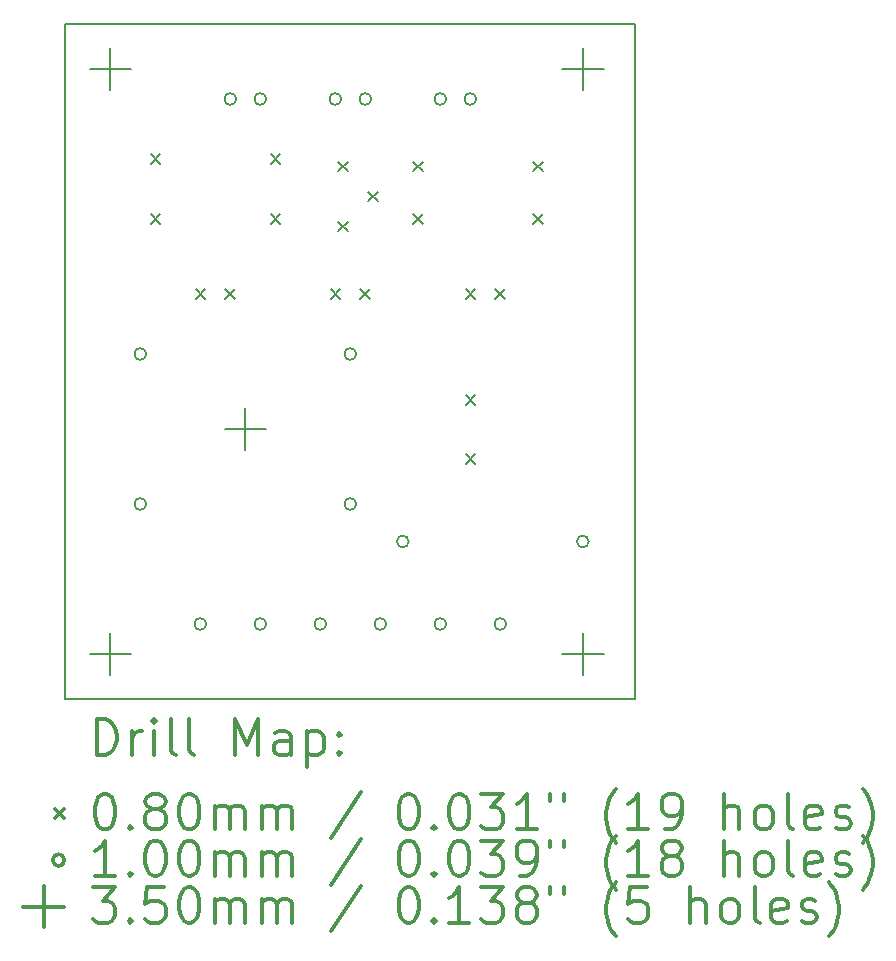
<source format=gbr>
%FSLAX45Y45*%
G04 Gerber Fmt 4.5, Leading zero omitted, Abs format (unit mm)*
G04 Created by KiCad (PCBNEW 4.0.7) date 02/20/20 23:32:12*
%MOMM*%
%LPD*%
G01*
G04 APERTURE LIST*
%ADD10C,0.127000*%
%ADD11C,0.150000*%
%ADD12C,0.200000*%
%ADD13C,0.300000*%
G04 APERTURE END LIST*
D10*
D11*
X11811000Y-6858000D02*
X16002000Y-6858000D01*
X11811000Y-12573000D02*
X11811000Y-6858000D01*
X15811500Y-12573000D02*
X11811000Y-12573000D01*
X16637000Y-12573000D02*
X15811500Y-12573000D01*
X16637000Y-6858000D02*
X16637000Y-12573000D01*
X16002000Y-6858000D02*
X16637000Y-6858000D01*
X16510000Y-12573000D02*
X16637000Y-12573000D01*
X15811500Y-12573000D02*
X16510000Y-12573000D01*
D12*
X12533000Y-7961000D02*
X12613000Y-8041000D01*
X12613000Y-7961000D02*
X12533000Y-8041000D01*
X12533000Y-8469000D02*
X12613000Y-8549000D01*
X12613000Y-8469000D02*
X12533000Y-8549000D01*
X12914000Y-9104000D02*
X12994000Y-9184000D01*
X12994000Y-9104000D02*
X12914000Y-9184000D01*
X13164000Y-9104000D02*
X13244000Y-9184000D01*
X13244000Y-9104000D02*
X13164000Y-9184000D01*
X13549000Y-7961000D02*
X13629000Y-8041000D01*
X13629000Y-7961000D02*
X13549000Y-8041000D01*
X13549000Y-8469000D02*
X13629000Y-8549000D01*
X13629000Y-8469000D02*
X13549000Y-8549000D01*
X14057000Y-9104000D02*
X14137000Y-9184000D01*
X14137000Y-9104000D02*
X14057000Y-9184000D01*
X14120500Y-8024500D02*
X14200500Y-8104500D01*
X14200500Y-8024500D02*
X14120500Y-8104500D01*
X14120500Y-8532500D02*
X14200500Y-8612500D01*
X14200500Y-8532500D02*
X14120500Y-8612500D01*
X14307000Y-9104000D02*
X14387000Y-9184000D01*
X14387000Y-9104000D02*
X14307000Y-9184000D01*
X14374500Y-8278500D02*
X14454500Y-8358500D01*
X14454500Y-8278500D02*
X14374500Y-8358500D01*
X14755500Y-8024500D02*
X14835500Y-8104500D01*
X14835500Y-8024500D02*
X14755500Y-8104500D01*
X14755500Y-8469000D02*
X14835500Y-8549000D01*
X14835500Y-8469000D02*
X14755500Y-8549000D01*
X15200000Y-9104000D02*
X15280000Y-9184000D01*
X15280000Y-9104000D02*
X15200000Y-9184000D01*
X15200000Y-10001000D02*
X15280000Y-10081000D01*
X15280000Y-10001000D02*
X15200000Y-10081000D01*
X15200000Y-10501000D02*
X15280000Y-10581000D01*
X15280000Y-10501000D02*
X15200000Y-10581000D01*
X15450000Y-9104000D02*
X15530000Y-9184000D01*
X15530000Y-9104000D02*
X15450000Y-9184000D01*
X15771500Y-8024500D02*
X15851500Y-8104500D01*
X15851500Y-8024500D02*
X15771500Y-8104500D01*
X15771500Y-8469000D02*
X15851500Y-8549000D01*
X15851500Y-8469000D02*
X15771500Y-8549000D01*
X12496000Y-9652000D02*
G75*
G03X12496000Y-9652000I-50000J0D01*
G01*
X12496000Y-10922000D02*
G75*
G03X12496000Y-10922000I-50000J0D01*
G01*
X13004000Y-11938000D02*
G75*
G03X13004000Y-11938000I-50000J0D01*
G01*
X13258000Y-7493000D02*
G75*
G03X13258000Y-7493000I-50000J0D01*
G01*
X13512000Y-7493000D02*
G75*
G03X13512000Y-7493000I-50000J0D01*
G01*
X13512000Y-11938000D02*
G75*
G03X13512000Y-11938000I-50000J0D01*
G01*
X14020000Y-11938000D02*
G75*
G03X14020000Y-11938000I-50000J0D01*
G01*
X14147000Y-7493000D02*
G75*
G03X14147000Y-7493000I-50000J0D01*
G01*
X14274000Y-9652000D02*
G75*
G03X14274000Y-9652000I-50000J0D01*
G01*
X14274000Y-10922000D02*
G75*
G03X14274000Y-10922000I-50000J0D01*
G01*
X14401000Y-7493000D02*
G75*
G03X14401000Y-7493000I-50000J0D01*
G01*
X14528000Y-11938000D02*
G75*
G03X14528000Y-11938000I-50000J0D01*
G01*
X14718500Y-11239500D02*
G75*
G03X14718500Y-11239500I-50000J0D01*
G01*
X15036000Y-7493000D02*
G75*
G03X15036000Y-7493000I-50000J0D01*
G01*
X15036000Y-11938000D02*
G75*
G03X15036000Y-11938000I-50000J0D01*
G01*
X15290000Y-7493000D02*
G75*
G03X15290000Y-7493000I-50000J0D01*
G01*
X15544000Y-11938000D02*
G75*
G03X15544000Y-11938000I-50000J0D01*
G01*
X16242500Y-11239500D02*
G75*
G03X16242500Y-11239500I-50000J0D01*
G01*
X12192000Y-7064000D02*
X12192000Y-7414000D01*
X12017000Y-7239000D02*
X12367000Y-7239000D01*
X12192000Y-12017000D02*
X12192000Y-12367000D01*
X12017000Y-12192000D02*
X12367000Y-12192000D01*
X13335000Y-10112000D02*
X13335000Y-10462000D01*
X13160000Y-10287000D02*
X13510000Y-10287000D01*
X16192500Y-7064000D02*
X16192500Y-7414000D01*
X16017500Y-7239000D02*
X16367500Y-7239000D01*
X16192500Y-12017000D02*
X16192500Y-12367000D01*
X16017500Y-12192000D02*
X16367500Y-12192000D01*
D13*
X12074928Y-13046214D02*
X12074928Y-12746214D01*
X12146357Y-12746214D01*
X12189214Y-12760500D01*
X12217786Y-12789071D01*
X12232071Y-12817643D01*
X12246357Y-12874786D01*
X12246357Y-12917643D01*
X12232071Y-12974786D01*
X12217786Y-13003357D01*
X12189214Y-13031929D01*
X12146357Y-13046214D01*
X12074928Y-13046214D01*
X12374928Y-13046214D02*
X12374928Y-12846214D01*
X12374928Y-12903357D02*
X12389214Y-12874786D01*
X12403500Y-12860500D01*
X12432071Y-12846214D01*
X12460643Y-12846214D01*
X12560643Y-13046214D02*
X12560643Y-12846214D01*
X12560643Y-12746214D02*
X12546357Y-12760500D01*
X12560643Y-12774786D01*
X12574928Y-12760500D01*
X12560643Y-12746214D01*
X12560643Y-12774786D01*
X12746357Y-13046214D02*
X12717786Y-13031929D01*
X12703500Y-13003357D01*
X12703500Y-12746214D01*
X12903500Y-13046214D02*
X12874928Y-13031929D01*
X12860643Y-13003357D01*
X12860643Y-12746214D01*
X13246357Y-13046214D02*
X13246357Y-12746214D01*
X13346357Y-12960500D01*
X13446357Y-12746214D01*
X13446357Y-13046214D01*
X13717786Y-13046214D02*
X13717786Y-12889071D01*
X13703500Y-12860500D01*
X13674928Y-12846214D01*
X13617786Y-12846214D01*
X13589214Y-12860500D01*
X13717786Y-13031929D02*
X13689214Y-13046214D01*
X13617786Y-13046214D01*
X13589214Y-13031929D01*
X13574928Y-13003357D01*
X13574928Y-12974786D01*
X13589214Y-12946214D01*
X13617786Y-12931929D01*
X13689214Y-12931929D01*
X13717786Y-12917643D01*
X13860643Y-12846214D02*
X13860643Y-13146214D01*
X13860643Y-12860500D02*
X13889214Y-12846214D01*
X13946357Y-12846214D01*
X13974928Y-12860500D01*
X13989214Y-12874786D01*
X14003500Y-12903357D01*
X14003500Y-12989071D01*
X13989214Y-13017643D01*
X13974928Y-13031929D01*
X13946357Y-13046214D01*
X13889214Y-13046214D01*
X13860643Y-13031929D01*
X14132071Y-13017643D02*
X14146357Y-13031929D01*
X14132071Y-13046214D01*
X14117786Y-13031929D01*
X14132071Y-13017643D01*
X14132071Y-13046214D01*
X14132071Y-12860500D02*
X14146357Y-12874786D01*
X14132071Y-12889071D01*
X14117786Y-12874786D01*
X14132071Y-12860500D01*
X14132071Y-12889071D01*
X11723500Y-13500500D02*
X11803500Y-13580500D01*
X11803500Y-13500500D02*
X11723500Y-13580500D01*
X12132071Y-13376214D02*
X12160643Y-13376214D01*
X12189214Y-13390500D01*
X12203500Y-13404786D01*
X12217786Y-13433357D01*
X12232071Y-13490500D01*
X12232071Y-13561929D01*
X12217786Y-13619071D01*
X12203500Y-13647643D01*
X12189214Y-13661929D01*
X12160643Y-13676214D01*
X12132071Y-13676214D01*
X12103500Y-13661929D01*
X12089214Y-13647643D01*
X12074928Y-13619071D01*
X12060643Y-13561929D01*
X12060643Y-13490500D01*
X12074928Y-13433357D01*
X12089214Y-13404786D01*
X12103500Y-13390500D01*
X12132071Y-13376214D01*
X12360643Y-13647643D02*
X12374928Y-13661929D01*
X12360643Y-13676214D01*
X12346357Y-13661929D01*
X12360643Y-13647643D01*
X12360643Y-13676214D01*
X12546357Y-13504786D02*
X12517786Y-13490500D01*
X12503500Y-13476214D01*
X12489214Y-13447643D01*
X12489214Y-13433357D01*
X12503500Y-13404786D01*
X12517786Y-13390500D01*
X12546357Y-13376214D01*
X12603500Y-13376214D01*
X12632071Y-13390500D01*
X12646357Y-13404786D01*
X12660643Y-13433357D01*
X12660643Y-13447643D01*
X12646357Y-13476214D01*
X12632071Y-13490500D01*
X12603500Y-13504786D01*
X12546357Y-13504786D01*
X12517786Y-13519071D01*
X12503500Y-13533357D01*
X12489214Y-13561929D01*
X12489214Y-13619071D01*
X12503500Y-13647643D01*
X12517786Y-13661929D01*
X12546357Y-13676214D01*
X12603500Y-13676214D01*
X12632071Y-13661929D01*
X12646357Y-13647643D01*
X12660643Y-13619071D01*
X12660643Y-13561929D01*
X12646357Y-13533357D01*
X12632071Y-13519071D01*
X12603500Y-13504786D01*
X12846357Y-13376214D02*
X12874928Y-13376214D01*
X12903500Y-13390500D01*
X12917786Y-13404786D01*
X12932071Y-13433357D01*
X12946357Y-13490500D01*
X12946357Y-13561929D01*
X12932071Y-13619071D01*
X12917786Y-13647643D01*
X12903500Y-13661929D01*
X12874928Y-13676214D01*
X12846357Y-13676214D01*
X12817786Y-13661929D01*
X12803500Y-13647643D01*
X12789214Y-13619071D01*
X12774928Y-13561929D01*
X12774928Y-13490500D01*
X12789214Y-13433357D01*
X12803500Y-13404786D01*
X12817786Y-13390500D01*
X12846357Y-13376214D01*
X13074928Y-13676214D02*
X13074928Y-13476214D01*
X13074928Y-13504786D02*
X13089214Y-13490500D01*
X13117786Y-13476214D01*
X13160643Y-13476214D01*
X13189214Y-13490500D01*
X13203500Y-13519071D01*
X13203500Y-13676214D01*
X13203500Y-13519071D02*
X13217786Y-13490500D01*
X13246357Y-13476214D01*
X13289214Y-13476214D01*
X13317786Y-13490500D01*
X13332071Y-13519071D01*
X13332071Y-13676214D01*
X13474928Y-13676214D02*
X13474928Y-13476214D01*
X13474928Y-13504786D02*
X13489214Y-13490500D01*
X13517786Y-13476214D01*
X13560643Y-13476214D01*
X13589214Y-13490500D01*
X13603500Y-13519071D01*
X13603500Y-13676214D01*
X13603500Y-13519071D02*
X13617786Y-13490500D01*
X13646357Y-13476214D01*
X13689214Y-13476214D01*
X13717786Y-13490500D01*
X13732071Y-13519071D01*
X13732071Y-13676214D01*
X14317786Y-13361929D02*
X14060643Y-13747643D01*
X14703500Y-13376214D02*
X14732071Y-13376214D01*
X14760643Y-13390500D01*
X14774928Y-13404786D01*
X14789214Y-13433357D01*
X14803500Y-13490500D01*
X14803500Y-13561929D01*
X14789214Y-13619071D01*
X14774928Y-13647643D01*
X14760643Y-13661929D01*
X14732071Y-13676214D01*
X14703500Y-13676214D01*
X14674928Y-13661929D01*
X14660643Y-13647643D01*
X14646357Y-13619071D01*
X14632071Y-13561929D01*
X14632071Y-13490500D01*
X14646357Y-13433357D01*
X14660643Y-13404786D01*
X14674928Y-13390500D01*
X14703500Y-13376214D01*
X14932071Y-13647643D02*
X14946357Y-13661929D01*
X14932071Y-13676214D01*
X14917786Y-13661929D01*
X14932071Y-13647643D01*
X14932071Y-13676214D01*
X15132071Y-13376214D02*
X15160643Y-13376214D01*
X15189214Y-13390500D01*
X15203500Y-13404786D01*
X15217785Y-13433357D01*
X15232071Y-13490500D01*
X15232071Y-13561929D01*
X15217785Y-13619071D01*
X15203500Y-13647643D01*
X15189214Y-13661929D01*
X15160643Y-13676214D01*
X15132071Y-13676214D01*
X15103500Y-13661929D01*
X15089214Y-13647643D01*
X15074928Y-13619071D01*
X15060643Y-13561929D01*
X15060643Y-13490500D01*
X15074928Y-13433357D01*
X15089214Y-13404786D01*
X15103500Y-13390500D01*
X15132071Y-13376214D01*
X15332071Y-13376214D02*
X15517785Y-13376214D01*
X15417785Y-13490500D01*
X15460643Y-13490500D01*
X15489214Y-13504786D01*
X15503500Y-13519071D01*
X15517785Y-13547643D01*
X15517785Y-13619071D01*
X15503500Y-13647643D01*
X15489214Y-13661929D01*
X15460643Y-13676214D01*
X15374928Y-13676214D01*
X15346357Y-13661929D01*
X15332071Y-13647643D01*
X15803500Y-13676214D02*
X15632071Y-13676214D01*
X15717785Y-13676214D02*
X15717785Y-13376214D01*
X15689214Y-13419071D01*
X15660643Y-13447643D01*
X15632071Y-13461929D01*
X15917786Y-13376214D02*
X15917786Y-13433357D01*
X16032071Y-13376214D02*
X16032071Y-13433357D01*
X16474928Y-13790500D02*
X16460643Y-13776214D01*
X16432071Y-13733357D01*
X16417785Y-13704786D01*
X16403500Y-13661929D01*
X16389214Y-13590500D01*
X16389214Y-13533357D01*
X16403500Y-13461929D01*
X16417785Y-13419071D01*
X16432071Y-13390500D01*
X16460643Y-13347643D01*
X16474928Y-13333357D01*
X16746357Y-13676214D02*
X16574928Y-13676214D01*
X16660643Y-13676214D02*
X16660643Y-13376214D01*
X16632071Y-13419071D01*
X16603500Y-13447643D01*
X16574928Y-13461929D01*
X16889214Y-13676214D02*
X16946357Y-13676214D01*
X16974928Y-13661929D01*
X16989214Y-13647643D01*
X17017786Y-13604786D01*
X17032071Y-13547643D01*
X17032071Y-13433357D01*
X17017786Y-13404786D01*
X17003500Y-13390500D01*
X16974928Y-13376214D01*
X16917786Y-13376214D01*
X16889214Y-13390500D01*
X16874928Y-13404786D01*
X16860643Y-13433357D01*
X16860643Y-13504786D01*
X16874928Y-13533357D01*
X16889214Y-13547643D01*
X16917786Y-13561929D01*
X16974928Y-13561929D01*
X17003500Y-13547643D01*
X17017786Y-13533357D01*
X17032071Y-13504786D01*
X17389214Y-13676214D02*
X17389214Y-13376214D01*
X17517786Y-13676214D02*
X17517786Y-13519071D01*
X17503500Y-13490500D01*
X17474928Y-13476214D01*
X17432071Y-13476214D01*
X17403500Y-13490500D01*
X17389214Y-13504786D01*
X17703500Y-13676214D02*
X17674928Y-13661929D01*
X17660643Y-13647643D01*
X17646357Y-13619071D01*
X17646357Y-13533357D01*
X17660643Y-13504786D01*
X17674928Y-13490500D01*
X17703500Y-13476214D01*
X17746357Y-13476214D01*
X17774928Y-13490500D01*
X17789214Y-13504786D01*
X17803500Y-13533357D01*
X17803500Y-13619071D01*
X17789214Y-13647643D01*
X17774928Y-13661929D01*
X17746357Y-13676214D01*
X17703500Y-13676214D01*
X17974928Y-13676214D02*
X17946357Y-13661929D01*
X17932071Y-13633357D01*
X17932071Y-13376214D01*
X18203500Y-13661929D02*
X18174929Y-13676214D01*
X18117786Y-13676214D01*
X18089214Y-13661929D01*
X18074929Y-13633357D01*
X18074929Y-13519071D01*
X18089214Y-13490500D01*
X18117786Y-13476214D01*
X18174929Y-13476214D01*
X18203500Y-13490500D01*
X18217786Y-13519071D01*
X18217786Y-13547643D01*
X18074929Y-13576214D01*
X18332071Y-13661929D02*
X18360643Y-13676214D01*
X18417786Y-13676214D01*
X18446357Y-13661929D01*
X18460643Y-13633357D01*
X18460643Y-13619071D01*
X18446357Y-13590500D01*
X18417786Y-13576214D01*
X18374929Y-13576214D01*
X18346357Y-13561929D01*
X18332071Y-13533357D01*
X18332071Y-13519071D01*
X18346357Y-13490500D01*
X18374929Y-13476214D01*
X18417786Y-13476214D01*
X18446357Y-13490500D01*
X18560643Y-13790500D02*
X18574929Y-13776214D01*
X18603500Y-13733357D01*
X18617786Y-13704786D01*
X18632071Y-13661929D01*
X18646357Y-13590500D01*
X18646357Y-13533357D01*
X18632071Y-13461929D01*
X18617786Y-13419071D01*
X18603500Y-13390500D01*
X18574929Y-13347643D01*
X18560643Y-13333357D01*
X11803500Y-13936500D02*
G75*
G03X11803500Y-13936500I-50000J0D01*
G01*
X12232071Y-14072214D02*
X12060643Y-14072214D01*
X12146357Y-14072214D02*
X12146357Y-13772214D01*
X12117786Y-13815071D01*
X12089214Y-13843643D01*
X12060643Y-13857929D01*
X12360643Y-14043643D02*
X12374928Y-14057929D01*
X12360643Y-14072214D01*
X12346357Y-14057929D01*
X12360643Y-14043643D01*
X12360643Y-14072214D01*
X12560643Y-13772214D02*
X12589214Y-13772214D01*
X12617786Y-13786500D01*
X12632071Y-13800786D01*
X12646357Y-13829357D01*
X12660643Y-13886500D01*
X12660643Y-13957929D01*
X12646357Y-14015071D01*
X12632071Y-14043643D01*
X12617786Y-14057929D01*
X12589214Y-14072214D01*
X12560643Y-14072214D01*
X12532071Y-14057929D01*
X12517786Y-14043643D01*
X12503500Y-14015071D01*
X12489214Y-13957929D01*
X12489214Y-13886500D01*
X12503500Y-13829357D01*
X12517786Y-13800786D01*
X12532071Y-13786500D01*
X12560643Y-13772214D01*
X12846357Y-13772214D02*
X12874928Y-13772214D01*
X12903500Y-13786500D01*
X12917786Y-13800786D01*
X12932071Y-13829357D01*
X12946357Y-13886500D01*
X12946357Y-13957929D01*
X12932071Y-14015071D01*
X12917786Y-14043643D01*
X12903500Y-14057929D01*
X12874928Y-14072214D01*
X12846357Y-14072214D01*
X12817786Y-14057929D01*
X12803500Y-14043643D01*
X12789214Y-14015071D01*
X12774928Y-13957929D01*
X12774928Y-13886500D01*
X12789214Y-13829357D01*
X12803500Y-13800786D01*
X12817786Y-13786500D01*
X12846357Y-13772214D01*
X13074928Y-14072214D02*
X13074928Y-13872214D01*
X13074928Y-13900786D02*
X13089214Y-13886500D01*
X13117786Y-13872214D01*
X13160643Y-13872214D01*
X13189214Y-13886500D01*
X13203500Y-13915071D01*
X13203500Y-14072214D01*
X13203500Y-13915071D02*
X13217786Y-13886500D01*
X13246357Y-13872214D01*
X13289214Y-13872214D01*
X13317786Y-13886500D01*
X13332071Y-13915071D01*
X13332071Y-14072214D01*
X13474928Y-14072214D02*
X13474928Y-13872214D01*
X13474928Y-13900786D02*
X13489214Y-13886500D01*
X13517786Y-13872214D01*
X13560643Y-13872214D01*
X13589214Y-13886500D01*
X13603500Y-13915071D01*
X13603500Y-14072214D01*
X13603500Y-13915071D02*
X13617786Y-13886500D01*
X13646357Y-13872214D01*
X13689214Y-13872214D01*
X13717786Y-13886500D01*
X13732071Y-13915071D01*
X13732071Y-14072214D01*
X14317786Y-13757929D02*
X14060643Y-14143643D01*
X14703500Y-13772214D02*
X14732071Y-13772214D01*
X14760643Y-13786500D01*
X14774928Y-13800786D01*
X14789214Y-13829357D01*
X14803500Y-13886500D01*
X14803500Y-13957929D01*
X14789214Y-14015071D01*
X14774928Y-14043643D01*
X14760643Y-14057929D01*
X14732071Y-14072214D01*
X14703500Y-14072214D01*
X14674928Y-14057929D01*
X14660643Y-14043643D01*
X14646357Y-14015071D01*
X14632071Y-13957929D01*
X14632071Y-13886500D01*
X14646357Y-13829357D01*
X14660643Y-13800786D01*
X14674928Y-13786500D01*
X14703500Y-13772214D01*
X14932071Y-14043643D02*
X14946357Y-14057929D01*
X14932071Y-14072214D01*
X14917786Y-14057929D01*
X14932071Y-14043643D01*
X14932071Y-14072214D01*
X15132071Y-13772214D02*
X15160643Y-13772214D01*
X15189214Y-13786500D01*
X15203500Y-13800786D01*
X15217785Y-13829357D01*
X15232071Y-13886500D01*
X15232071Y-13957929D01*
X15217785Y-14015071D01*
X15203500Y-14043643D01*
X15189214Y-14057929D01*
X15160643Y-14072214D01*
X15132071Y-14072214D01*
X15103500Y-14057929D01*
X15089214Y-14043643D01*
X15074928Y-14015071D01*
X15060643Y-13957929D01*
X15060643Y-13886500D01*
X15074928Y-13829357D01*
X15089214Y-13800786D01*
X15103500Y-13786500D01*
X15132071Y-13772214D01*
X15332071Y-13772214D02*
X15517785Y-13772214D01*
X15417785Y-13886500D01*
X15460643Y-13886500D01*
X15489214Y-13900786D01*
X15503500Y-13915071D01*
X15517785Y-13943643D01*
X15517785Y-14015071D01*
X15503500Y-14043643D01*
X15489214Y-14057929D01*
X15460643Y-14072214D01*
X15374928Y-14072214D01*
X15346357Y-14057929D01*
X15332071Y-14043643D01*
X15660643Y-14072214D02*
X15717785Y-14072214D01*
X15746357Y-14057929D01*
X15760643Y-14043643D01*
X15789214Y-14000786D01*
X15803500Y-13943643D01*
X15803500Y-13829357D01*
X15789214Y-13800786D01*
X15774928Y-13786500D01*
X15746357Y-13772214D01*
X15689214Y-13772214D01*
X15660643Y-13786500D01*
X15646357Y-13800786D01*
X15632071Y-13829357D01*
X15632071Y-13900786D01*
X15646357Y-13929357D01*
X15660643Y-13943643D01*
X15689214Y-13957929D01*
X15746357Y-13957929D01*
X15774928Y-13943643D01*
X15789214Y-13929357D01*
X15803500Y-13900786D01*
X15917786Y-13772214D02*
X15917786Y-13829357D01*
X16032071Y-13772214D02*
X16032071Y-13829357D01*
X16474928Y-14186500D02*
X16460643Y-14172214D01*
X16432071Y-14129357D01*
X16417785Y-14100786D01*
X16403500Y-14057929D01*
X16389214Y-13986500D01*
X16389214Y-13929357D01*
X16403500Y-13857929D01*
X16417785Y-13815071D01*
X16432071Y-13786500D01*
X16460643Y-13743643D01*
X16474928Y-13729357D01*
X16746357Y-14072214D02*
X16574928Y-14072214D01*
X16660643Y-14072214D02*
X16660643Y-13772214D01*
X16632071Y-13815071D01*
X16603500Y-13843643D01*
X16574928Y-13857929D01*
X16917786Y-13900786D02*
X16889214Y-13886500D01*
X16874928Y-13872214D01*
X16860643Y-13843643D01*
X16860643Y-13829357D01*
X16874928Y-13800786D01*
X16889214Y-13786500D01*
X16917786Y-13772214D01*
X16974928Y-13772214D01*
X17003500Y-13786500D01*
X17017786Y-13800786D01*
X17032071Y-13829357D01*
X17032071Y-13843643D01*
X17017786Y-13872214D01*
X17003500Y-13886500D01*
X16974928Y-13900786D01*
X16917786Y-13900786D01*
X16889214Y-13915071D01*
X16874928Y-13929357D01*
X16860643Y-13957929D01*
X16860643Y-14015071D01*
X16874928Y-14043643D01*
X16889214Y-14057929D01*
X16917786Y-14072214D01*
X16974928Y-14072214D01*
X17003500Y-14057929D01*
X17017786Y-14043643D01*
X17032071Y-14015071D01*
X17032071Y-13957929D01*
X17017786Y-13929357D01*
X17003500Y-13915071D01*
X16974928Y-13900786D01*
X17389214Y-14072214D02*
X17389214Y-13772214D01*
X17517786Y-14072214D02*
X17517786Y-13915071D01*
X17503500Y-13886500D01*
X17474928Y-13872214D01*
X17432071Y-13872214D01*
X17403500Y-13886500D01*
X17389214Y-13900786D01*
X17703500Y-14072214D02*
X17674928Y-14057929D01*
X17660643Y-14043643D01*
X17646357Y-14015071D01*
X17646357Y-13929357D01*
X17660643Y-13900786D01*
X17674928Y-13886500D01*
X17703500Y-13872214D01*
X17746357Y-13872214D01*
X17774928Y-13886500D01*
X17789214Y-13900786D01*
X17803500Y-13929357D01*
X17803500Y-14015071D01*
X17789214Y-14043643D01*
X17774928Y-14057929D01*
X17746357Y-14072214D01*
X17703500Y-14072214D01*
X17974928Y-14072214D02*
X17946357Y-14057929D01*
X17932071Y-14029357D01*
X17932071Y-13772214D01*
X18203500Y-14057929D02*
X18174929Y-14072214D01*
X18117786Y-14072214D01*
X18089214Y-14057929D01*
X18074929Y-14029357D01*
X18074929Y-13915071D01*
X18089214Y-13886500D01*
X18117786Y-13872214D01*
X18174929Y-13872214D01*
X18203500Y-13886500D01*
X18217786Y-13915071D01*
X18217786Y-13943643D01*
X18074929Y-13972214D01*
X18332071Y-14057929D02*
X18360643Y-14072214D01*
X18417786Y-14072214D01*
X18446357Y-14057929D01*
X18460643Y-14029357D01*
X18460643Y-14015071D01*
X18446357Y-13986500D01*
X18417786Y-13972214D01*
X18374929Y-13972214D01*
X18346357Y-13957929D01*
X18332071Y-13929357D01*
X18332071Y-13915071D01*
X18346357Y-13886500D01*
X18374929Y-13872214D01*
X18417786Y-13872214D01*
X18446357Y-13886500D01*
X18560643Y-14186500D02*
X18574929Y-14172214D01*
X18603500Y-14129357D01*
X18617786Y-14100786D01*
X18632071Y-14057929D01*
X18646357Y-13986500D01*
X18646357Y-13929357D01*
X18632071Y-13857929D01*
X18617786Y-13815071D01*
X18603500Y-13786500D01*
X18574929Y-13743643D01*
X18560643Y-13729357D01*
X11628500Y-14157500D02*
X11628500Y-14507500D01*
X11453500Y-14332500D02*
X11803500Y-14332500D01*
X12046357Y-14168214D02*
X12232071Y-14168214D01*
X12132071Y-14282500D01*
X12174928Y-14282500D01*
X12203500Y-14296786D01*
X12217786Y-14311071D01*
X12232071Y-14339643D01*
X12232071Y-14411071D01*
X12217786Y-14439643D01*
X12203500Y-14453929D01*
X12174928Y-14468214D01*
X12089214Y-14468214D01*
X12060643Y-14453929D01*
X12046357Y-14439643D01*
X12360643Y-14439643D02*
X12374928Y-14453929D01*
X12360643Y-14468214D01*
X12346357Y-14453929D01*
X12360643Y-14439643D01*
X12360643Y-14468214D01*
X12646357Y-14168214D02*
X12503500Y-14168214D01*
X12489214Y-14311071D01*
X12503500Y-14296786D01*
X12532071Y-14282500D01*
X12603500Y-14282500D01*
X12632071Y-14296786D01*
X12646357Y-14311071D01*
X12660643Y-14339643D01*
X12660643Y-14411071D01*
X12646357Y-14439643D01*
X12632071Y-14453929D01*
X12603500Y-14468214D01*
X12532071Y-14468214D01*
X12503500Y-14453929D01*
X12489214Y-14439643D01*
X12846357Y-14168214D02*
X12874928Y-14168214D01*
X12903500Y-14182500D01*
X12917786Y-14196786D01*
X12932071Y-14225357D01*
X12946357Y-14282500D01*
X12946357Y-14353929D01*
X12932071Y-14411071D01*
X12917786Y-14439643D01*
X12903500Y-14453929D01*
X12874928Y-14468214D01*
X12846357Y-14468214D01*
X12817786Y-14453929D01*
X12803500Y-14439643D01*
X12789214Y-14411071D01*
X12774928Y-14353929D01*
X12774928Y-14282500D01*
X12789214Y-14225357D01*
X12803500Y-14196786D01*
X12817786Y-14182500D01*
X12846357Y-14168214D01*
X13074928Y-14468214D02*
X13074928Y-14268214D01*
X13074928Y-14296786D02*
X13089214Y-14282500D01*
X13117786Y-14268214D01*
X13160643Y-14268214D01*
X13189214Y-14282500D01*
X13203500Y-14311071D01*
X13203500Y-14468214D01*
X13203500Y-14311071D02*
X13217786Y-14282500D01*
X13246357Y-14268214D01*
X13289214Y-14268214D01*
X13317786Y-14282500D01*
X13332071Y-14311071D01*
X13332071Y-14468214D01*
X13474928Y-14468214D02*
X13474928Y-14268214D01*
X13474928Y-14296786D02*
X13489214Y-14282500D01*
X13517786Y-14268214D01*
X13560643Y-14268214D01*
X13589214Y-14282500D01*
X13603500Y-14311071D01*
X13603500Y-14468214D01*
X13603500Y-14311071D02*
X13617786Y-14282500D01*
X13646357Y-14268214D01*
X13689214Y-14268214D01*
X13717786Y-14282500D01*
X13732071Y-14311071D01*
X13732071Y-14468214D01*
X14317786Y-14153929D02*
X14060643Y-14539643D01*
X14703500Y-14168214D02*
X14732071Y-14168214D01*
X14760643Y-14182500D01*
X14774928Y-14196786D01*
X14789214Y-14225357D01*
X14803500Y-14282500D01*
X14803500Y-14353929D01*
X14789214Y-14411071D01*
X14774928Y-14439643D01*
X14760643Y-14453929D01*
X14732071Y-14468214D01*
X14703500Y-14468214D01*
X14674928Y-14453929D01*
X14660643Y-14439643D01*
X14646357Y-14411071D01*
X14632071Y-14353929D01*
X14632071Y-14282500D01*
X14646357Y-14225357D01*
X14660643Y-14196786D01*
X14674928Y-14182500D01*
X14703500Y-14168214D01*
X14932071Y-14439643D02*
X14946357Y-14453929D01*
X14932071Y-14468214D01*
X14917786Y-14453929D01*
X14932071Y-14439643D01*
X14932071Y-14468214D01*
X15232071Y-14468214D02*
X15060643Y-14468214D01*
X15146357Y-14468214D02*
X15146357Y-14168214D01*
X15117785Y-14211071D01*
X15089214Y-14239643D01*
X15060643Y-14253929D01*
X15332071Y-14168214D02*
X15517785Y-14168214D01*
X15417785Y-14282500D01*
X15460643Y-14282500D01*
X15489214Y-14296786D01*
X15503500Y-14311071D01*
X15517785Y-14339643D01*
X15517785Y-14411071D01*
X15503500Y-14439643D01*
X15489214Y-14453929D01*
X15460643Y-14468214D01*
X15374928Y-14468214D01*
X15346357Y-14453929D01*
X15332071Y-14439643D01*
X15689214Y-14296786D02*
X15660643Y-14282500D01*
X15646357Y-14268214D01*
X15632071Y-14239643D01*
X15632071Y-14225357D01*
X15646357Y-14196786D01*
X15660643Y-14182500D01*
X15689214Y-14168214D01*
X15746357Y-14168214D01*
X15774928Y-14182500D01*
X15789214Y-14196786D01*
X15803500Y-14225357D01*
X15803500Y-14239643D01*
X15789214Y-14268214D01*
X15774928Y-14282500D01*
X15746357Y-14296786D01*
X15689214Y-14296786D01*
X15660643Y-14311071D01*
X15646357Y-14325357D01*
X15632071Y-14353929D01*
X15632071Y-14411071D01*
X15646357Y-14439643D01*
X15660643Y-14453929D01*
X15689214Y-14468214D01*
X15746357Y-14468214D01*
X15774928Y-14453929D01*
X15789214Y-14439643D01*
X15803500Y-14411071D01*
X15803500Y-14353929D01*
X15789214Y-14325357D01*
X15774928Y-14311071D01*
X15746357Y-14296786D01*
X15917786Y-14168214D02*
X15917786Y-14225357D01*
X16032071Y-14168214D02*
X16032071Y-14225357D01*
X16474928Y-14582500D02*
X16460643Y-14568214D01*
X16432071Y-14525357D01*
X16417785Y-14496786D01*
X16403500Y-14453929D01*
X16389214Y-14382500D01*
X16389214Y-14325357D01*
X16403500Y-14253929D01*
X16417785Y-14211071D01*
X16432071Y-14182500D01*
X16460643Y-14139643D01*
X16474928Y-14125357D01*
X16732071Y-14168214D02*
X16589214Y-14168214D01*
X16574928Y-14311071D01*
X16589214Y-14296786D01*
X16617785Y-14282500D01*
X16689214Y-14282500D01*
X16717785Y-14296786D01*
X16732071Y-14311071D01*
X16746357Y-14339643D01*
X16746357Y-14411071D01*
X16732071Y-14439643D01*
X16717785Y-14453929D01*
X16689214Y-14468214D01*
X16617785Y-14468214D01*
X16589214Y-14453929D01*
X16574928Y-14439643D01*
X17103500Y-14468214D02*
X17103500Y-14168214D01*
X17232071Y-14468214D02*
X17232071Y-14311071D01*
X17217786Y-14282500D01*
X17189214Y-14268214D01*
X17146357Y-14268214D01*
X17117786Y-14282500D01*
X17103500Y-14296786D01*
X17417786Y-14468214D02*
X17389214Y-14453929D01*
X17374928Y-14439643D01*
X17360643Y-14411071D01*
X17360643Y-14325357D01*
X17374928Y-14296786D01*
X17389214Y-14282500D01*
X17417786Y-14268214D01*
X17460643Y-14268214D01*
X17489214Y-14282500D01*
X17503500Y-14296786D01*
X17517786Y-14325357D01*
X17517786Y-14411071D01*
X17503500Y-14439643D01*
X17489214Y-14453929D01*
X17460643Y-14468214D01*
X17417786Y-14468214D01*
X17689214Y-14468214D02*
X17660643Y-14453929D01*
X17646357Y-14425357D01*
X17646357Y-14168214D01*
X17917786Y-14453929D02*
X17889214Y-14468214D01*
X17832071Y-14468214D01*
X17803500Y-14453929D01*
X17789214Y-14425357D01*
X17789214Y-14311071D01*
X17803500Y-14282500D01*
X17832071Y-14268214D01*
X17889214Y-14268214D01*
X17917786Y-14282500D01*
X17932071Y-14311071D01*
X17932071Y-14339643D01*
X17789214Y-14368214D01*
X18046357Y-14453929D02*
X18074929Y-14468214D01*
X18132071Y-14468214D01*
X18160643Y-14453929D01*
X18174929Y-14425357D01*
X18174929Y-14411071D01*
X18160643Y-14382500D01*
X18132071Y-14368214D01*
X18089214Y-14368214D01*
X18060643Y-14353929D01*
X18046357Y-14325357D01*
X18046357Y-14311071D01*
X18060643Y-14282500D01*
X18089214Y-14268214D01*
X18132071Y-14268214D01*
X18160643Y-14282500D01*
X18274928Y-14582500D02*
X18289214Y-14568214D01*
X18317786Y-14525357D01*
X18332071Y-14496786D01*
X18346357Y-14453929D01*
X18360643Y-14382500D01*
X18360643Y-14325357D01*
X18346357Y-14253929D01*
X18332071Y-14211071D01*
X18317786Y-14182500D01*
X18289214Y-14139643D01*
X18274928Y-14125357D01*
M02*

</source>
